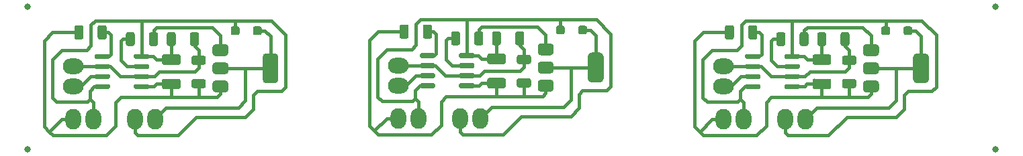
<source format=gbr>
%TF.GenerationSoftware,KiCad,Pcbnew,9.0.0*%
%TF.CreationDate,2025-04-01T15:42:48+03:00*%
%TF.ProjectId,fan_555s,66616e5f-3535-4357-932e-6b696361645f,rev?*%
%TF.SameCoordinates,Original*%
%TF.FileFunction,Copper,L1,Top*%
%TF.FilePolarity,Positive*%
%FSLAX46Y46*%
G04 Gerber Fmt 4.6, Leading zero omitted, Abs format (unit mm)*
G04 Created by KiCad (PCBNEW 9.0.0) date 2025-04-01 15:42:48*
%MOMM*%
%LPD*%
G01*
G04 APERTURE LIST*
%TA.AperFunction,ComponentPad*%
%ADD10O,2.000000X2.600000*%
%TD*%
%TA.AperFunction,ComponentPad*%
%ADD11O,2.600000X2.000000*%
%TD*%
%TA.AperFunction,ViaPad*%
%ADD12C,0.830000*%
%TD*%
%TA.AperFunction,Conductor*%
%ADD13C,0.460000*%
%TD*%
G04 APERTURE END LIST*
%TA.AperFunction,SMDPad,CuDef*%
G36*
G01*
X151400000Y-43350000D02*
X151400000Y-42750000D01*
G75*
G02*
X151650000Y-42500000I250000J0D01*
G01*
X152250000Y-42500000D01*
G75*
G02*
X152500000Y-42750000I0J-250000D01*
G01*
X152500000Y-43350000D01*
G75*
G02*
X152250000Y-43600000I-250000J0D01*
G01*
X151650000Y-43600000D01*
G75*
G02*
X151400000Y-43350000I0J250000D01*
G01*
G37*
%TD.AperFunction*%
%TA.AperFunction,SMDPad,CuDef*%
G36*
G01*
X148600000Y-43350000D02*
X148600000Y-42750000D01*
G75*
G02*
X148850000Y-42500000I250000J0D01*
G01*
X149450000Y-42500000D01*
G75*
G02*
X149700000Y-42750000I0J-250000D01*
G01*
X149700000Y-43350000D01*
G75*
G02*
X149450000Y-43600000I-250000J0D01*
G01*
X148850000Y-43600000D01*
G75*
G02*
X148600000Y-43350000I0J250000D01*
G01*
G37*
%TD.AperFunction*%
%TA.AperFunction,SMDPad,CuDef*%
G36*
G01*
X142025000Y-47357500D02*
X140175000Y-47357500D01*
G75*
G02*
X139925000Y-47107500I0J250000D01*
G01*
X139925000Y-46282500D01*
G75*
G02*
X140175000Y-46032500I250000J0D01*
G01*
X142025000Y-46032500D01*
G75*
G02*
X142275000Y-46282500I0J-250000D01*
G01*
X142275000Y-47107500D01*
G75*
G02*
X142025000Y-47357500I-250000J0D01*
G01*
G37*
%TD.AperFunction*%
%TA.AperFunction,SMDPad,CuDef*%
G36*
G01*
X142025000Y-50432500D02*
X140175000Y-50432500D01*
G75*
G02*
X139925000Y-50182500I0J250000D01*
G01*
X139925000Y-49357500D01*
G75*
G02*
X140175000Y-49107500I250000J0D01*
G01*
X142025000Y-49107500D01*
G75*
G02*
X142275000Y-49357500I0J-250000D01*
G01*
X142275000Y-50182500D01*
G75*
G02*
X142025000Y-50432500I-250000J0D01*
G01*
G37*
%TD.AperFunction*%
D10*
X136510000Y-54200000D03*
X139050000Y-54200000D03*
%TA.AperFunction,SMDPad,CuDef*%
G36*
G01*
X146300000Y-50470000D02*
X146300000Y-49720000D01*
G75*
G02*
X146675000Y-49345000I375000J0D01*
G01*
X147925000Y-49345000D01*
G75*
G02*
X148300000Y-49720000I0J-375000D01*
G01*
X148300000Y-50470000D01*
G75*
G02*
X147925000Y-50845000I-375000J0D01*
G01*
X146675000Y-50845000D01*
G75*
G02*
X146300000Y-50470000I0J375000D01*
G01*
G37*
%TD.AperFunction*%
%TA.AperFunction,SMDPad,CuDef*%
G36*
G01*
X152600000Y-49195000D02*
X152600000Y-46395000D01*
G75*
G02*
X153100000Y-45895000I500000J0D01*
G01*
X154100000Y-45895000D01*
G75*
G02*
X154600000Y-46395000I0J-500000D01*
G01*
X154600000Y-49195000D01*
G75*
G02*
X154100000Y-49695000I-500000J0D01*
G01*
X153100000Y-49695000D01*
G75*
G02*
X152600000Y-49195000I0J500000D01*
G01*
G37*
%TD.AperFunction*%
%TA.AperFunction,SMDPad,CuDef*%
G36*
G01*
X146300000Y-48170000D02*
X146300000Y-47420000D01*
G75*
G02*
X146675000Y-47045000I375000J0D01*
G01*
X147925000Y-47045000D01*
G75*
G02*
X148300000Y-47420000I0J-375000D01*
G01*
X148300000Y-48170000D01*
G75*
G02*
X147925000Y-48545000I-375000J0D01*
G01*
X146675000Y-48545000D01*
G75*
G02*
X146300000Y-48170000I0J375000D01*
G01*
G37*
%TD.AperFunction*%
%TA.AperFunction,SMDPad,CuDef*%
G36*
G01*
X146300000Y-45870000D02*
X146300000Y-45120000D01*
G75*
G02*
X146675000Y-44745000I375000J0D01*
G01*
X147925000Y-44745000D01*
G75*
G02*
X148300000Y-45120000I0J-375000D01*
G01*
X148300000Y-45870000D01*
G75*
G02*
X147925000Y-46245000I-375000J0D01*
G01*
X146675000Y-46245000D01*
G75*
G02*
X146300000Y-45870000I0J375000D01*
G01*
G37*
%TD.AperFunction*%
%TA.AperFunction,SMDPad,CuDef*%
G36*
G01*
X133373125Y-49945000D02*
X133373125Y-50245000D01*
G75*
G02*
X133223125Y-50395000I-150000J0D01*
G01*
X131573125Y-50395000D01*
G75*
G02*
X131423125Y-50245000I0J150000D01*
G01*
X131423125Y-49945000D01*
G75*
G02*
X131573125Y-49795000I150000J0D01*
G01*
X133223125Y-49795000D01*
G75*
G02*
X133373125Y-49945000I0J-150000D01*
G01*
G37*
%TD.AperFunction*%
%TA.AperFunction,SMDPad,CuDef*%
G36*
G01*
X133373125Y-48675000D02*
X133373125Y-48975000D01*
G75*
G02*
X133223125Y-49125000I-150000J0D01*
G01*
X131573125Y-49125000D01*
G75*
G02*
X131423125Y-48975000I0J150000D01*
G01*
X131423125Y-48675000D01*
G75*
G02*
X131573125Y-48525000I150000J0D01*
G01*
X133223125Y-48525000D01*
G75*
G02*
X133373125Y-48675000I0J-150000D01*
G01*
G37*
%TD.AperFunction*%
%TA.AperFunction,SMDPad,CuDef*%
G36*
G01*
X133373125Y-47405000D02*
X133373125Y-47705000D01*
G75*
G02*
X133223125Y-47855000I-150000J0D01*
G01*
X131573125Y-47855000D01*
G75*
G02*
X131423125Y-47705000I0J150000D01*
G01*
X131423125Y-47405000D01*
G75*
G02*
X131573125Y-47255000I150000J0D01*
G01*
X133223125Y-47255000D01*
G75*
G02*
X133373125Y-47405000I0J-150000D01*
G01*
G37*
%TD.AperFunction*%
%TA.AperFunction,SMDPad,CuDef*%
G36*
G01*
X133373125Y-46135000D02*
X133373125Y-46435000D01*
G75*
G02*
X133223125Y-46585000I-150000J0D01*
G01*
X131573125Y-46585000D01*
G75*
G02*
X131423125Y-46435000I0J150000D01*
G01*
X131423125Y-46135000D01*
G75*
G02*
X131573125Y-45985000I150000J0D01*
G01*
X133223125Y-45985000D01*
G75*
G02*
X133373125Y-46135000I0J-150000D01*
G01*
G37*
%TD.AperFunction*%
%TA.AperFunction,SMDPad,CuDef*%
G36*
G01*
X138323125Y-46135000D02*
X138323125Y-46435000D01*
G75*
G02*
X138173125Y-46585000I-150000J0D01*
G01*
X136523125Y-46585000D01*
G75*
G02*
X136373125Y-46435000I0J150000D01*
G01*
X136373125Y-46135000D01*
G75*
G02*
X136523125Y-45985000I150000J0D01*
G01*
X138173125Y-45985000D01*
G75*
G02*
X138323125Y-46135000I0J-150000D01*
G01*
G37*
%TD.AperFunction*%
%TA.AperFunction,SMDPad,CuDef*%
G36*
G01*
X138323125Y-47405000D02*
X138323125Y-47705000D01*
G75*
G02*
X138173125Y-47855000I-150000J0D01*
G01*
X136523125Y-47855000D01*
G75*
G02*
X136373125Y-47705000I0J150000D01*
G01*
X136373125Y-47405000D01*
G75*
G02*
X136523125Y-47255000I150000J0D01*
G01*
X138173125Y-47255000D01*
G75*
G02*
X138323125Y-47405000I0J-150000D01*
G01*
G37*
%TD.AperFunction*%
%TA.AperFunction,SMDPad,CuDef*%
G36*
G01*
X138323125Y-48675000D02*
X138323125Y-48975000D01*
G75*
G02*
X138173125Y-49125000I-150000J0D01*
G01*
X136523125Y-49125000D01*
G75*
G02*
X136373125Y-48975000I0J150000D01*
G01*
X136373125Y-48675000D01*
G75*
G02*
X136523125Y-48525000I150000J0D01*
G01*
X138173125Y-48525000D01*
G75*
G02*
X138323125Y-48675000I0J-150000D01*
G01*
G37*
%TD.AperFunction*%
%TA.AperFunction,SMDPad,CuDef*%
G36*
G01*
X138323125Y-49945000D02*
X138323125Y-50245000D01*
G75*
G02*
X138173125Y-50395000I-150000J0D01*
G01*
X136523125Y-50395000D01*
G75*
G02*
X136373125Y-50245000I0J150000D01*
G01*
X136373125Y-49945000D01*
G75*
G02*
X136523125Y-49795000I150000J0D01*
G01*
X138173125Y-49795000D01*
G75*
G02*
X138323125Y-49945000I0J-150000D01*
G01*
G37*
%TD.AperFunction*%
%TA.AperFunction,SMDPad,CuDef*%
G36*
G01*
X145198125Y-47355000D02*
X143898125Y-47355000D01*
G75*
G02*
X143648125Y-47105000I0J250000D01*
G01*
X143648125Y-46455000D01*
G75*
G02*
X143898125Y-46205000I250000J0D01*
G01*
X145198125Y-46205000D01*
G75*
G02*
X145448125Y-46455000I0J-250000D01*
G01*
X145448125Y-47105000D01*
G75*
G02*
X145198125Y-47355000I-250000J0D01*
G01*
G37*
%TD.AperFunction*%
%TA.AperFunction,SMDPad,CuDef*%
G36*
G01*
X145198125Y-50305000D02*
X143898125Y-50305000D01*
G75*
G02*
X143648125Y-50055000I0J250000D01*
G01*
X143648125Y-49405000D01*
G75*
G02*
X143898125Y-49155000I250000J0D01*
G01*
X145198125Y-49155000D01*
G75*
G02*
X145448125Y-49405000I0J-250000D01*
G01*
X145448125Y-50055000D01*
G75*
G02*
X145198125Y-50305000I-250000J0D01*
G01*
G37*
%TD.AperFunction*%
%TA.AperFunction,SMDPad,CuDef*%
G36*
G01*
X138300000Y-44725000D02*
X138300000Y-43475000D01*
G75*
G02*
X138550000Y-43225000I250000J0D01*
G01*
X139175000Y-43225000D01*
G75*
G02*
X139425000Y-43475000I0J-250000D01*
G01*
X139425000Y-44725000D01*
G75*
G02*
X139175000Y-44975000I-250000J0D01*
G01*
X138550000Y-44975000D01*
G75*
G02*
X138300000Y-44725000I0J250000D01*
G01*
G37*
%TD.AperFunction*%
%TA.AperFunction,SMDPad,CuDef*%
G36*
G01*
X135375000Y-44725000D02*
X135375000Y-43475000D01*
G75*
G02*
X135625000Y-43225000I250000J0D01*
G01*
X136250000Y-43225000D01*
G75*
G02*
X136500000Y-43475000I0J-250000D01*
G01*
X136500000Y-44725000D01*
G75*
G02*
X136250000Y-44975000I-250000J0D01*
G01*
X135625000Y-44975000D01*
G75*
G02*
X135375000Y-44725000I0J250000D01*
G01*
G37*
%TD.AperFunction*%
X128725000Y-54200000D03*
X131265000Y-54200000D03*
D11*
X128725000Y-50095000D03*
X128725000Y-47555000D03*
%TA.AperFunction,SMDPad,CuDef*%
G36*
G01*
X141662500Y-43475000D02*
X141662500Y-44725000D01*
G75*
G02*
X141412500Y-44975000I-250000J0D01*
G01*
X140787500Y-44975000D01*
G75*
G02*
X140537500Y-44725000I0J250000D01*
G01*
X140537500Y-43475000D01*
G75*
G02*
X140787500Y-43225000I250000J0D01*
G01*
X141412500Y-43225000D01*
G75*
G02*
X141662500Y-43475000I0J-250000D01*
G01*
G37*
%TD.AperFunction*%
%TA.AperFunction,SMDPad,CuDef*%
G36*
G01*
X144587500Y-43475000D02*
X144587500Y-44725000D01*
G75*
G02*
X144337500Y-44975000I-250000J0D01*
G01*
X143712500Y-44975000D01*
G75*
G02*
X143462500Y-44725000I0J250000D01*
G01*
X143462500Y-43475000D01*
G75*
G02*
X143712500Y-43225000I250000J0D01*
G01*
X144337500Y-43225000D01*
G75*
G02*
X144587500Y-43475000I0J-250000D01*
G01*
G37*
%TD.AperFunction*%
%TA.AperFunction,SMDPad,CuDef*%
G36*
G01*
X131823125Y-43900000D02*
X131823125Y-42600000D01*
G75*
G02*
X132073125Y-42350000I250000J0D01*
G01*
X132723125Y-42350000D01*
G75*
G02*
X132973125Y-42600000I0J-250000D01*
G01*
X132973125Y-43900000D01*
G75*
G02*
X132723125Y-44150000I-250000J0D01*
G01*
X132073125Y-44150000D01*
G75*
G02*
X131823125Y-43900000I0J250000D01*
G01*
G37*
%TD.AperFunction*%
%TA.AperFunction,SMDPad,CuDef*%
G36*
G01*
X128873125Y-43900000D02*
X128873125Y-42600000D01*
G75*
G02*
X129123125Y-42350000I250000J0D01*
G01*
X129773125Y-42350000D01*
G75*
G02*
X130023125Y-42600000I0J-250000D01*
G01*
X130023125Y-43900000D01*
G75*
G02*
X129773125Y-44150000I-250000J0D01*
G01*
X129123125Y-44150000D01*
G75*
G02*
X128873125Y-43900000I0J250000D01*
G01*
G37*
%TD.AperFunction*%
%TA.AperFunction,SMDPad,CuDef*%
G36*
G01*
X110400000Y-43255000D02*
X110400000Y-42655000D01*
G75*
G02*
X110650000Y-42405000I250000J0D01*
G01*
X111250000Y-42405000D01*
G75*
G02*
X111500000Y-42655000I0J-250000D01*
G01*
X111500000Y-43255000D01*
G75*
G02*
X111250000Y-43505000I-250000J0D01*
G01*
X110650000Y-43505000D01*
G75*
G02*
X110400000Y-43255000I0J250000D01*
G01*
G37*
%TD.AperFunction*%
%TA.AperFunction,SMDPad,CuDef*%
G36*
G01*
X107600000Y-43255000D02*
X107600000Y-42655000D01*
G75*
G02*
X107850000Y-42405000I250000J0D01*
G01*
X108450000Y-42405000D01*
G75*
G02*
X108700000Y-42655000I0J-250000D01*
G01*
X108700000Y-43255000D01*
G75*
G02*
X108450000Y-43505000I-250000J0D01*
G01*
X107850000Y-43505000D01*
G75*
G02*
X107600000Y-43255000I0J250000D01*
G01*
G37*
%TD.AperFunction*%
%TA.AperFunction,SMDPad,CuDef*%
G36*
G01*
X101025000Y-47262500D02*
X99175000Y-47262500D01*
G75*
G02*
X98925000Y-47012500I0J250000D01*
G01*
X98925000Y-46187500D01*
G75*
G02*
X99175000Y-45937500I250000J0D01*
G01*
X101025000Y-45937500D01*
G75*
G02*
X101275000Y-46187500I0J-250000D01*
G01*
X101275000Y-47012500D01*
G75*
G02*
X101025000Y-47262500I-250000J0D01*
G01*
G37*
%TD.AperFunction*%
%TA.AperFunction,SMDPad,CuDef*%
G36*
G01*
X101025000Y-50337500D02*
X99175000Y-50337500D01*
G75*
G02*
X98925000Y-50087500I0J250000D01*
G01*
X98925000Y-49262500D01*
G75*
G02*
X99175000Y-49012500I250000J0D01*
G01*
X101025000Y-49012500D01*
G75*
G02*
X101275000Y-49262500I0J-250000D01*
G01*
X101275000Y-50087500D01*
G75*
G02*
X101025000Y-50337500I-250000J0D01*
G01*
G37*
%TD.AperFunction*%
D10*
X95510000Y-54105000D03*
X98050000Y-54105000D03*
%TA.AperFunction,SMDPad,CuDef*%
G36*
G01*
X105300000Y-50375000D02*
X105300000Y-49625000D01*
G75*
G02*
X105675000Y-49250000I375000J0D01*
G01*
X106925000Y-49250000D01*
G75*
G02*
X107300000Y-49625000I0J-375000D01*
G01*
X107300000Y-50375000D01*
G75*
G02*
X106925000Y-50750000I-375000J0D01*
G01*
X105675000Y-50750000D01*
G75*
G02*
X105300000Y-50375000I0J375000D01*
G01*
G37*
%TD.AperFunction*%
%TA.AperFunction,SMDPad,CuDef*%
G36*
G01*
X111600000Y-49100000D02*
X111600000Y-46300000D01*
G75*
G02*
X112100000Y-45800000I500000J0D01*
G01*
X113100000Y-45800000D01*
G75*
G02*
X113600000Y-46300000I0J-500000D01*
G01*
X113600000Y-49100000D01*
G75*
G02*
X113100000Y-49600000I-500000J0D01*
G01*
X112100000Y-49600000D01*
G75*
G02*
X111600000Y-49100000I0J500000D01*
G01*
G37*
%TD.AperFunction*%
%TA.AperFunction,SMDPad,CuDef*%
G36*
G01*
X105300000Y-48075000D02*
X105300000Y-47325000D01*
G75*
G02*
X105675000Y-46950000I375000J0D01*
G01*
X106925000Y-46950000D01*
G75*
G02*
X107300000Y-47325000I0J-375000D01*
G01*
X107300000Y-48075000D01*
G75*
G02*
X106925000Y-48450000I-375000J0D01*
G01*
X105675000Y-48450000D01*
G75*
G02*
X105300000Y-48075000I0J375000D01*
G01*
G37*
%TD.AperFunction*%
%TA.AperFunction,SMDPad,CuDef*%
G36*
G01*
X105300000Y-45775000D02*
X105300000Y-45025000D01*
G75*
G02*
X105675000Y-44650000I375000J0D01*
G01*
X106925000Y-44650000D01*
G75*
G02*
X107300000Y-45025000I0J-375000D01*
G01*
X107300000Y-45775000D01*
G75*
G02*
X106925000Y-46150000I-375000J0D01*
G01*
X105675000Y-46150000D01*
G75*
G02*
X105300000Y-45775000I0J375000D01*
G01*
G37*
%TD.AperFunction*%
%TA.AperFunction,SMDPad,CuDef*%
G36*
G01*
X92373125Y-49850000D02*
X92373125Y-50150000D01*
G75*
G02*
X92223125Y-50300000I-150000J0D01*
G01*
X90573125Y-50300000D01*
G75*
G02*
X90423125Y-50150000I0J150000D01*
G01*
X90423125Y-49850000D01*
G75*
G02*
X90573125Y-49700000I150000J0D01*
G01*
X92223125Y-49700000D01*
G75*
G02*
X92373125Y-49850000I0J-150000D01*
G01*
G37*
%TD.AperFunction*%
%TA.AperFunction,SMDPad,CuDef*%
G36*
G01*
X92373125Y-48580000D02*
X92373125Y-48880000D01*
G75*
G02*
X92223125Y-49030000I-150000J0D01*
G01*
X90573125Y-49030000D01*
G75*
G02*
X90423125Y-48880000I0J150000D01*
G01*
X90423125Y-48580000D01*
G75*
G02*
X90573125Y-48430000I150000J0D01*
G01*
X92223125Y-48430000D01*
G75*
G02*
X92373125Y-48580000I0J-150000D01*
G01*
G37*
%TD.AperFunction*%
%TA.AperFunction,SMDPad,CuDef*%
G36*
G01*
X92373125Y-47310000D02*
X92373125Y-47610000D01*
G75*
G02*
X92223125Y-47760000I-150000J0D01*
G01*
X90573125Y-47760000D01*
G75*
G02*
X90423125Y-47610000I0J150000D01*
G01*
X90423125Y-47310000D01*
G75*
G02*
X90573125Y-47160000I150000J0D01*
G01*
X92223125Y-47160000D01*
G75*
G02*
X92373125Y-47310000I0J-150000D01*
G01*
G37*
%TD.AperFunction*%
%TA.AperFunction,SMDPad,CuDef*%
G36*
G01*
X92373125Y-46040000D02*
X92373125Y-46340000D01*
G75*
G02*
X92223125Y-46490000I-150000J0D01*
G01*
X90573125Y-46490000D01*
G75*
G02*
X90423125Y-46340000I0J150000D01*
G01*
X90423125Y-46040000D01*
G75*
G02*
X90573125Y-45890000I150000J0D01*
G01*
X92223125Y-45890000D01*
G75*
G02*
X92373125Y-46040000I0J-150000D01*
G01*
G37*
%TD.AperFunction*%
%TA.AperFunction,SMDPad,CuDef*%
G36*
G01*
X97323125Y-46040000D02*
X97323125Y-46340000D01*
G75*
G02*
X97173125Y-46490000I-150000J0D01*
G01*
X95523125Y-46490000D01*
G75*
G02*
X95373125Y-46340000I0J150000D01*
G01*
X95373125Y-46040000D01*
G75*
G02*
X95523125Y-45890000I150000J0D01*
G01*
X97173125Y-45890000D01*
G75*
G02*
X97323125Y-46040000I0J-150000D01*
G01*
G37*
%TD.AperFunction*%
%TA.AperFunction,SMDPad,CuDef*%
G36*
G01*
X97323125Y-47310000D02*
X97323125Y-47610000D01*
G75*
G02*
X97173125Y-47760000I-150000J0D01*
G01*
X95523125Y-47760000D01*
G75*
G02*
X95373125Y-47610000I0J150000D01*
G01*
X95373125Y-47310000D01*
G75*
G02*
X95523125Y-47160000I150000J0D01*
G01*
X97173125Y-47160000D01*
G75*
G02*
X97323125Y-47310000I0J-150000D01*
G01*
G37*
%TD.AperFunction*%
%TA.AperFunction,SMDPad,CuDef*%
G36*
G01*
X97323125Y-48580000D02*
X97323125Y-48880000D01*
G75*
G02*
X97173125Y-49030000I-150000J0D01*
G01*
X95523125Y-49030000D01*
G75*
G02*
X95373125Y-48880000I0J150000D01*
G01*
X95373125Y-48580000D01*
G75*
G02*
X95523125Y-48430000I150000J0D01*
G01*
X97173125Y-48430000D01*
G75*
G02*
X97323125Y-48580000I0J-150000D01*
G01*
G37*
%TD.AperFunction*%
%TA.AperFunction,SMDPad,CuDef*%
G36*
G01*
X97323125Y-49850000D02*
X97323125Y-50150000D01*
G75*
G02*
X97173125Y-50300000I-150000J0D01*
G01*
X95523125Y-50300000D01*
G75*
G02*
X95373125Y-50150000I0J150000D01*
G01*
X95373125Y-49850000D01*
G75*
G02*
X95523125Y-49700000I150000J0D01*
G01*
X97173125Y-49700000D01*
G75*
G02*
X97323125Y-49850000I0J-150000D01*
G01*
G37*
%TD.AperFunction*%
%TA.AperFunction,SMDPad,CuDef*%
G36*
G01*
X104198125Y-47260000D02*
X102898125Y-47260000D01*
G75*
G02*
X102648125Y-47010000I0J250000D01*
G01*
X102648125Y-46360000D01*
G75*
G02*
X102898125Y-46110000I250000J0D01*
G01*
X104198125Y-46110000D01*
G75*
G02*
X104448125Y-46360000I0J-250000D01*
G01*
X104448125Y-47010000D01*
G75*
G02*
X104198125Y-47260000I-250000J0D01*
G01*
G37*
%TD.AperFunction*%
%TA.AperFunction,SMDPad,CuDef*%
G36*
G01*
X104198125Y-50210000D02*
X102898125Y-50210000D01*
G75*
G02*
X102648125Y-49960000I0J250000D01*
G01*
X102648125Y-49310000D01*
G75*
G02*
X102898125Y-49060000I250000J0D01*
G01*
X104198125Y-49060000D01*
G75*
G02*
X104448125Y-49310000I0J-250000D01*
G01*
X104448125Y-49960000D01*
G75*
G02*
X104198125Y-50210000I-250000J0D01*
G01*
G37*
%TD.AperFunction*%
%TA.AperFunction,SMDPad,CuDef*%
G36*
G01*
X97300000Y-44630000D02*
X97300000Y-43380000D01*
G75*
G02*
X97550000Y-43130000I250000J0D01*
G01*
X98175000Y-43130000D01*
G75*
G02*
X98425000Y-43380000I0J-250000D01*
G01*
X98425000Y-44630000D01*
G75*
G02*
X98175000Y-44880000I-250000J0D01*
G01*
X97550000Y-44880000D01*
G75*
G02*
X97300000Y-44630000I0J250000D01*
G01*
G37*
%TD.AperFunction*%
%TA.AperFunction,SMDPad,CuDef*%
G36*
G01*
X94375000Y-44630000D02*
X94375000Y-43380000D01*
G75*
G02*
X94625000Y-43130000I250000J0D01*
G01*
X95250000Y-43130000D01*
G75*
G02*
X95500000Y-43380000I0J-250000D01*
G01*
X95500000Y-44630000D01*
G75*
G02*
X95250000Y-44880000I-250000J0D01*
G01*
X94625000Y-44880000D01*
G75*
G02*
X94375000Y-44630000I0J250000D01*
G01*
G37*
%TD.AperFunction*%
X87725000Y-54105000D03*
X90265000Y-54105000D03*
D11*
X87725000Y-50000000D03*
X87725000Y-47460000D03*
%TA.AperFunction,SMDPad,CuDef*%
G36*
G01*
X100662500Y-43380000D02*
X100662500Y-44630000D01*
G75*
G02*
X100412500Y-44880000I-250000J0D01*
G01*
X99787500Y-44880000D01*
G75*
G02*
X99537500Y-44630000I0J250000D01*
G01*
X99537500Y-43380000D01*
G75*
G02*
X99787500Y-43130000I250000J0D01*
G01*
X100412500Y-43130000D01*
G75*
G02*
X100662500Y-43380000I0J-250000D01*
G01*
G37*
%TD.AperFunction*%
%TA.AperFunction,SMDPad,CuDef*%
G36*
G01*
X103587500Y-43380000D02*
X103587500Y-44630000D01*
G75*
G02*
X103337500Y-44880000I-250000J0D01*
G01*
X102712500Y-44880000D01*
G75*
G02*
X102462500Y-44630000I0J250000D01*
G01*
X102462500Y-43380000D01*
G75*
G02*
X102712500Y-43130000I250000J0D01*
G01*
X103337500Y-43130000D01*
G75*
G02*
X103587500Y-43380000I0J-250000D01*
G01*
G37*
%TD.AperFunction*%
%TA.AperFunction,SMDPad,CuDef*%
G36*
G01*
X90823125Y-43805000D02*
X90823125Y-42505000D01*
G75*
G02*
X91073125Y-42255000I250000J0D01*
G01*
X91723125Y-42255000D01*
G75*
G02*
X91973125Y-42505000I0J-250000D01*
G01*
X91973125Y-43805000D01*
G75*
G02*
X91723125Y-44055000I-250000J0D01*
G01*
X91073125Y-44055000D01*
G75*
G02*
X90823125Y-43805000I0J250000D01*
G01*
G37*
%TD.AperFunction*%
%TA.AperFunction,SMDPad,CuDef*%
G36*
G01*
X87873125Y-43805000D02*
X87873125Y-42505000D01*
G75*
G02*
X88123125Y-42255000I250000J0D01*
G01*
X88773125Y-42255000D01*
G75*
G02*
X89023125Y-42505000I0J-250000D01*
G01*
X89023125Y-43805000D01*
G75*
G02*
X88773125Y-44055000I-250000J0D01*
G01*
X88123125Y-44055000D01*
G75*
G02*
X87873125Y-43805000I0J250000D01*
G01*
G37*
%TD.AperFunction*%
%TA.AperFunction,SMDPad,CuDef*%
G36*
G01*
X46873125Y-43900000D02*
X46873125Y-42600000D01*
G75*
G02*
X47123125Y-42350000I250000J0D01*
G01*
X47773125Y-42350000D01*
G75*
G02*
X48023125Y-42600000I0J-250000D01*
G01*
X48023125Y-43900000D01*
G75*
G02*
X47773125Y-44150000I-250000J0D01*
G01*
X47123125Y-44150000D01*
G75*
G02*
X46873125Y-43900000I0J250000D01*
G01*
G37*
%TD.AperFunction*%
%TA.AperFunction,SMDPad,CuDef*%
G36*
G01*
X49823125Y-43900000D02*
X49823125Y-42600000D01*
G75*
G02*
X50073125Y-42350000I250000J0D01*
G01*
X50723125Y-42350000D01*
G75*
G02*
X50973125Y-42600000I0J-250000D01*
G01*
X50973125Y-43900000D01*
G75*
G02*
X50723125Y-44150000I-250000J0D01*
G01*
X50073125Y-44150000D01*
G75*
G02*
X49823125Y-43900000I0J250000D01*
G01*
G37*
%TD.AperFunction*%
%TA.AperFunction,SMDPad,CuDef*%
G36*
G01*
X62587500Y-43475000D02*
X62587500Y-44725000D01*
G75*
G02*
X62337500Y-44975000I-250000J0D01*
G01*
X61712500Y-44975000D01*
G75*
G02*
X61462500Y-44725000I0J250000D01*
G01*
X61462500Y-43475000D01*
G75*
G02*
X61712500Y-43225000I250000J0D01*
G01*
X62337500Y-43225000D01*
G75*
G02*
X62587500Y-43475000I0J-250000D01*
G01*
G37*
%TD.AperFunction*%
%TA.AperFunction,SMDPad,CuDef*%
G36*
G01*
X59662500Y-43475000D02*
X59662500Y-44725000D01*
G75*
G02*
X59412500Y-44975000I-250000J0D01*
G01*
X58787500Y-44975000D01*
G75*
G02*
X58537500Y-44725000I0J250000D01*
G01*
X58537500Y-43475000D01*
G75*
G02*
X58787500Y-43225000I250000J0D01*
G01*
X59412500Y-43225000D01*
G75*
G02*
X59662500Y-43475000I0J-250000D01*
G01*
G37*
%TD.AperFunction*%
X46725000Y-47555000D03*
X46725000Y-50095000D03*
D10*
X49265000Y-54200000D03*
X46725000Y-54200000D03*
%TA.AperFunction,SMDPad,CuDef*%
G36*
G01*
X53375000Y-44725000D02*
X53375000Y-43475000D01*
G75*
G02*
X53625000Y-43225000I250000J0D01*
G01*
X54250000Y-43225000D01*
G75*
G02*
X54500000Y-43475000I0J-250000D01*
G01*
X54500000Y-44725000D01*
G75*
G02*
X54250000Y-44975000I-250000J0D01*
G01*
X53625000Y-44975000D01*
G75*
G02*
X53375000Y-44725000I0J250000D01*
G01*
G37*
%TD.AperFunction*%
%TA.AperFunction,SMDPad,CuDef*%
G36*
G01*
X56300000Y-44725000D02*
X56300000Y-43475000D01*
G75*
G02*
X56550000Y-43225000I250000J0D01*
G01*
X57175000Y-43225000D01*
G75*
G02*
X57425000Y-43475000I0J-250000D01*
G01*
X57425000Y-44725000D01*
G75*
G02*
X57175000Y-44975000I-250000J0D01*
G01*
X56550000Y-44975000D01*
G75*
G02*
X56300000Y-44725000I0J250000D01*
G01*
G37*
%TD.AperFunction*%
%TA.AperFunction,SMDPad,CuDef*%
G36*
G01*
X63198125Y-50305000D02*
X61898125Y-50305000D01*
G75*
G02*
X61648125Y-50055000I0J250000D01*
G01*
X61648125Y-49405000D01*
G75*
G02*
X61898125Y-49155000I250000J0D01*
G01*
X63198125Y-49155000D01*
G75*
G02*
X63448125Y-49405000I0J-250000D01*
G01*
X63448125Y-50055000D01*
G75*
G02*
X63198125Y-50305000I-250000J0D01*
G01*
G37*
%TD.AperFunction*%
%TA.AperFunction,SMDPad,CuDef*%
G36*
G01*
X63198125Y-47355000D02*
X61898125Y-47355000D01*
G75*
G02*
X61648125Y-47105000I0J250000D01*
G01*
X61648125Y-46455000D01*
G75*
G02*
X61898125Y-46205000I250000J0D01*
G01*
X63198125Y-46205000D01*
G75*
G02*
X63448125Y-46455000I0J-250000D01*
G01*
X63448125Y-47105000D01*
G75*
G02*
X63198125Y-47355000I-250000J0D01*
G01*
G37*
%TD.AperFunction*%
%TA.AperFunction,SMDPad,CuDef*%
G36*
G01*
X56323125Y-49945000D02*
X56323125Y-50245000D01*
G75*
G02*
X56173125Y-50395000I-150000J0D01*
G01*
X54523125Y-50395000D01*
G75*
G02*
X54373125Y-50245000I0J150000D01*
G01*
X54373125Y-49945000D01*
G75*
G02*
X54523125Y-49795000I150000J0D01*
G01*
X56173125Y-49795000D01*
G75*
G02*
X56323125Y-49945000I0J-150000D01*
G01*
G37*
%TD.AperFunction*%
%TA.AperFunction,SMDPad,CuDef*%
G36*
G01*
X56323125Y-48675000D02*
X56323125Y-48975000D01*
G75*
G02*
X56173125Y-49125000I-150000J0D01*
G01*
X54523125Y-49125000D01*
G75*
G02*
X54373125Y-48975000I0J150000D01*
G01*
X54373125Y-48675000D01*
G75*
G02*
X54523125Y-48525000I150000J0D01*
G01*
X56173125Y-48525000D01*
G75*
G02*
X56323125Y-48675000I0J-150000D01*
G01*
G37*
%TD.AperFunction*%
%TA.AperFunction,SMDPad,CuDef*%
G36*
G01*
X56323125Y-47405000D02*
X56323125Y-47705000D01*
G75*
G02*
X56173125Y-47855000I-150000J0D01*
G01*
X54523125Y-47855000D01*
G75*
G02*
X54373125Y-47705000I0J150000D01*
G01*
X54373125Y-47405000D01*
G75*
G02*
X54523125Y-47255000I150000J0D01*
G01*
X56173125Y-47255000D01*
G75*
G02*
X56323125Y-47405000I0J-150000D01*
G01*
G37*
%TD.AperFunction*%
%TA.AperFunction,SMDPad,CuDef*%
G36*
G01*
X56323125Y-46135000D02*
X56323125Y-46435000D01*
G75*
G02*
X56173125Y-46585000I-150000J0D01*
G01*
X54523125Y-46585000D01*
G75*
G02*
X54373125Y-46435000I0J150000D01*
G01*
X54373125Y-46135000D01*
G75*
G02*
X54523125Y-45985000I150000J0D01*
G01*
X56173125Y-45985000D01*
G75*
G02*
X56323125Y-46135000I0J-150000D01*
G01*
G37*
%TD.AperFunction*%
%TA.AperFunction,SMDPad,CuDef*%
G36*
G01*
X51373125Y-46135000D02*
X51373125Y-46435000D01*
G75*
G02*
X51223125Y-46585000I-150000J0D01*
G01*
X49573125Y-46585000D01*
G75*
G02*
X49423125Y-46435000I0J150000D01*
G01*
X49423125Y-46135000D01*
G75*
G02*
X49573125Y-45985000I150000J0D01*
G01*
X51223125Y-45985000D01*
G75*
G02*
X51373125Y-46135000I0J-150000D01*
G01*
G37*
%TD.AperFunction*%
%TA.AperFunction,SMDPad,CuDef*%
G36*
G01*
X51373125Y-47405000D02*
X51373125Y-47705000D01*
G75*
G02*
X51223125Y-47855000I-150000J0D01*
G01*
X49573125Y-47855000D01*
G75*
G02*
X49423125Y-47705000I0J150000D01*
G01*
X49423125Y-47405000D01*
G75*
G02*
X49573125Y-47255000I150000J0D01*
G01*
X51223125Y-47255000D01*
G75*
G02*
X51373125Y-47405000I0J-150000D01*
G01*
G37*
%TD.AperFunction*%
%TA.AperFunction,SMDPad,CuDef*%
G36*
G01*
X51373125Y-48675000D02*
X51373125Y-48975000D01*
G75*
G02*
X51223125Y-49125000I-150000J0D01*
G01*
X49573125Y-49125000D01*
G75*
G02*
X49423125Y-48975000I0J150000D01*
G01*
X49423125Y-48675000D01*
G75*
G02*
X49573125Y-48525000I150000J0D01*
G01*
X51223125Y-48525000D01*
G75*
G02*
X51373125Y-48675000I0J-150000D01*
G01*
G37*
%TD.AperFunction*%
%TA.AperFunction,SMDPad,CuDef*%
G36*
G01*
X51373125Y-49945000D02*
X51373125Y-50245000D01*
G75*
G02*
X51223125Y-50395000I-150000J0D01*
G01*
X49573125Y-50395000D01*
G75*
G02*
X49423125Y-50245000I0J150000D01*
G01*
X49423125Y-49945000D01*
G75*
G02*
X49573125Y-49795000I150000J0D01*
G01*
X51223125Y-49795000D01*
G75*
G02*
X51373125Y-49945000I0J-150000D01*
G01*
G37*
%TD.AperFunction*%
%TA.AperFunction,SMDPad,CuDef*%
G36*
G01*
X64300000Y-45870000D02*
X64300000Y-45120000D01*
G75*
G02*
X64675000Y-44745000I375000J0D01*
G01*
X65925000Y-44745000D01*
G75*
G02*
X66300000Y-45120000I0J-375000D01*
G01*
X66300000Y-45870000D01*
G75*
G02*
X65925000Y-46245000I-375000J0D01*
G01*
X64675000Y-46245000D01*
G75*
G02*
X64300000Y-45870000I0J375000D01*
G01*
G37*
%TD.AperFunction*%
%TA.AperFunction,SMDPad,CuDef*%
G36*
G01*
X64300000Y-48170000D02*
X64300000Y-47420000D01*
G75*
G02*
X64675000Y-47045000I375000J0D01*
G01*
X65925000Y-47045000D01*
G75*
G02*
X66300000Y-47420000I0J-375000D01*
G01*
X66300000Y-48170000D01*
G75*
G02*
X65925000Y-48545000I-375000J0D01*
G01*
X64675000Y-48545000D01*
G75*
G02*
X64300000Y-48170000I0J375000D01*
G01*
G37*
%TD.AperFunction*%
%TA.AperFunction,SMDPad,CuDef*%
G36*
G01*
X70600000Y-49195000D02*
X70600000Y-46395000D01*
G75*
G02*
X71100000Y-45895000I500000J0D01*
G01*
X72100000Y-45895000D01*
G75*
G02*
X72600000Y-46395000I0J-500000D01*
G01*
X72600000Y-49195000D01*
G75*
G02*
X72100000Y-49695000I-500000J0D01*
G01*
X71100000Y-49695000D01*
G75*
G02*
X70600000Y-49195000I0J500000D01*
G01*
G37*
%TD.AperFunction*%
%TA.AperFunction,SMDPad,CuDef*%
G36*
G01*
X64300000Y-50470000D02*
X64300000Y-49720000D01*
G75*
G02*
X64675000Y-49345000I375000J0D01*
G01*
X65925000Y-49345000D01*
G75*
G02*
X66300000Y-49720000I0J-375000D01*
G01*
X66300000Y-50470000D01*
G75*
G02*
X65925000Y-50845000I-375000J0D01*
G01*
X64675000Y-50845000D01*
G75*
G02*
X64300000Y-50470000I0J375000D01*
G01*
G37*
%TD.AperFunction*%
X57050000Y-54200000D03*
X54510000Y-54200000D03*
%TA.AperFunction,SMDPad,CuDef*%
G36*
G01*
X60025000Y-50432500D02*
X58175000Y-50432500D01*
G75*
G02*
X57925000Y-50182500I0J250000D01*
G01*
X57925000Y-49357500D01*
G75*
G02*
X58175000Y-49107500I250000J0D01*
G01*
X60025000Y-49107500D01*
G75*
G02*
X60275000Y-49357500I0J-250000D01*
G01*
X60275000Y-50182500D01*
G75*
G02*
X60025000Y-50432500I-250000J0D01*
G01*
G37*
%TD.AperFunction*%
%TA.AperFunction,SMDPad,CuDef*%
G36*
G01*
X60025000Y-47357500D02*
X58175000Y-47357500D01*
G75*
G02*
X57925000Y-47107500I0J250000D01*
G01*
X57925000Y-46282500D01*
G75*
G02*
X58175000Y-46032500I250000J0D01*
G01*
X60025000Y-46032500D01*
G75*
G02*
X60275000Y-46282500I0J-250000D01*
G01*
X60275000Y-47107500D01*
G75*
G02*
X60025000Y-47357500I-250000J0D01*
G01*
G37*
%TD.AperFunction*%
%TA.AperFunction,SMDPad,CuDef*%
G36*
G01*
X66600000Y-43350000D02*
X66600000Y-42750000D01*
G75*
G02*
X66850000Y-42500000I250000J0D01*
G01*
X67450000Y-42500000D01*
G75*
G02*
X67700000Y-42750000I0J-250000D01*
G01*
X67700000Y-43350000D01*
G75*
G02*
X67450000Y-43600000I-250000J0D01*
G01*
X66850000Y-43600000D01*
G75*
G02*
X66600000Y-43350000I0J250000D01*
G01*
G37*
%TD.AperFunction*%
%TA.AperFunction,SMDPad,CuDef*%
G36*
G01*
X69400000Y-43350000D02*
X69400000Y-42750000D01*
G75*
G02*
X69650000Y-42500000I250000J0D01*
G01*
X70250000Y-42500000D01*
G75*
G02*
X70500000Y-42750000I0J-250000D01*
G01*
X70500000Y-43350000D01*
G75*
G02*
X70250000Y-43600000I-250000J0D01*
G01*
X69650000Y-43600000D01*
G75*
G02*
X69400000Y-43350000I0J250000D01*
G01*
G37*
%TD.AperFunction*%
D12*
X163000000Y-40000000D03*
X163000000Y-58000000D03*
X41000000Y-58000000D03*
X41000000Y-40000000D03*
D13*
X137348125Y-47555000D02*
X135505000Y-47555000D01*
X139250000Y-42600000D02*
X146250000Y-42600000D01*
X138862500Y-44100000D02*
X138862500Y-42987500D01*
X130925000Y-48825000D02*
X132398125Y-48825000D01*
X150450000Y-51900000D02*
X149550000Y-52800000D01*
X147300000Y-45495000D02*
X147300000Y-43650000D01*
X134750000Y-46800000D02*
X134750000Y-44350000D01*
X129655000Y-50095000D02*
X130925000Y-48825000D01*
X134750000Y-44350000D02*
X135000000Y-44100000D01*
X135505000Y-47555000D02*
X134750000Y-46800000D01*
X128725000Y-50095000D02*
X129655000Y-50095000D01*
X135000000Y-44100000D02*
X135937500Y-44100000D01*
X147300000Y-43650000D02*
X146250000Y-42600000D01*
X138862500Y-42987500D02*
X139250000Y-42600000D01*
X125100000Y-55200000D02*
X125100000Y-44300000D01*
X139230000Y-49770000D02*
X138905000Y-50095000D01*
X146900000Y-51450000D02*
X147300000Y-51050000D01*
X133405000Y-47555000D02*
X134675000Y-48825000D01*
X144025000Y-44100000D02*
X144025000Y-45025000D01*
X144050000Y-48200000D02*
X144548125Y-47701875D01*
X144548125Y-45548125D02*
X144548125Y-46780000D01*
X132398125Y-47555000D02*
X133405000Y-47555000D01*
X141100000Y-49770000D02*
X141100000Y-51400000D01*
X141100000Y-49770000D02*
X139230000Y-49770000D01*
X137348125Y-48825000D02*
X138975000Y-48825000D01*
X138975000Y-48825000D02*
X139600000Y-48200000D01*
X138905000Y-50095000D02*
X137348125Y-50095000D01*
X144500000Y-51450000D02*
X146900000Y-51450000D01*
X144548125Y-49730000D02*
X144548125Y-51401875D01*
X126169000Y-56269000D02*
X125700000Y-55800000D01*
X141150000Y-51450000D02*
X134750000Y-51450000D01*
X134100000Y-52100000D02*
X134100000Y-55050000D01*
X134100000Y-55050000D02*
X132881000Y-56269000D01*
X141150000Y-51450000D02*
X144500000Y-51450000D01*
X147050000Y-41750000D02*
X147800000Y-41750000D01*
X133215000Y-46285000D02*
X133500000Y-46000000D01*
X137350000Y-41750000D02*
X131500000Y-41750000D01*
X151950000Y-50700000D02*
X151475000Y-51175000D01*
X147850000Y-41750000D02*
X147800000Y-41750000D01*
X131405000Y-50095000D02*
X130850000Y-50650000D01*
X133500000Y-43600000D02*
X133150000Y-43250000D01*
X139245000Y-46695000D02*
X141100000Y-46695000D01*
X149100000Y-41750000D02*
X153700000Y-41750000D01*
X128725000Y-54200000D02*
X127300000Y-54200000D01*
X141931000Y-56269000D02*
X136869000Y-56269000D01*
X137348125Y-46285000D02*
X137348125Y-41751875D01*
X125700000Y-55800000D02*
X125100000Y-55200000D01*
X126100000Y-51500000D02*
X126650000Y-52050000D01*
X130850000Y-50650000D02*
X130850000Y-51700000D01*
X137348125Y-46285000D02*
X138835000Y-46285000D01*
X130400000Y-45500000D02*
X127300000Y-45500000D01*
X149150000Y-41800000D02*
X149100000Y-41750000D01*
X155500000Y-43550000D02*
X155500000Y-50150000D01*
X127300000Y-45500000D02*
X126100000Y-46700000D01*
X131265000Y-52115000D02*
X130850000Y-51700000D01*
X125100000Y-44300000D02*
X126150000Y-43250000D01*
X134750000Y-51450000D02*
X134100000Y-52100000D01*
X150450000Y-53950000D02*
X144250000Y-53950000D01*
X126650000Y-52050000D02*
X130500000Y-52050000D01*
X136869000Y-56269000D02*
X136510000Y-55910000D01*
X147300000Y-51050000D02*
X147300000Y-50095000D01*
X130950000Y-42300000D02*
X130950000Y-44950000D01*
X130500000Y-52050000D02*
X130850000Y-51700000D01*
X131500000Y-41750000D02*
X130950000Y-42300000D01*
X127300000Y-54200000D02*
X125700000Y-55800000D01*
X153700000Y-41750000D02*
X155500000Y-43550000D01*
X126100000Y-46700000D02*
X126100000Y-51500000D01*
X144250000Y-53950000D02*
X141931000Y-56269000D01*
X141100000Y-44100000D02*
X141100000Y-46695000D01*
X137348125Y-41751875D02*
X137350000Y-41750000D01*
X137350000Y-41750000D02*
X139150000Y-41750000D01*
X139150000Y-41750000D02*
X147050000Y-41750000D01*
X131265000Y-54200000D02*
X131265000Y-52115000D01*
X154950000Y-50700000D02*
X151950000Y-50700000D01*
X126150000Y-43250000D02*
X129448125Y-43250000D01*
X155500000Y-50150000D02*
X154950000Y-50700000D01*
X138835000Y-46285000D02*
X139245000Y-46695000D01*
X133500000Y-46000000D02*
X133500000Y-43600000D01*
X136510000Y-55910000D02*
X136510000Y-54200000D01*
X147050000Y-41750000D02*
X149100000Y-41750000D01*
X144548125Y-51401875D02*
X144500000Y-51450000D01*
X151475000Y-52925000D02*
X150450000Y-53950000D01*
X151475000Y-51175000D02*
X151475000Y-52925000D01*
X130950000Y-44950000D02*
X130400000Y-45500000D01*
X151950000Y-43050000D02*
X152900000Y-43050000D01*
X152900000Y-43050000D02*
X153600000Y-43750000D01*
X149150000Y-43050000D02*
X149150000Y-41800000D01*
X149550000Y-52800000D02*
X140450000Y-52800000D01*
X140450000Y-52800000D02*
X139050000Y-54200000D01*
X150450000Y-47795000D02*
X150450000Y-51900000D01*
X150450000Y-47795000D02*
X153600000Y-47795000D01*
X147300000Y-47795000D02*
X150450000Y-47795000D01*
X132398125Y-50095000D02*
X131405000Y-50095000D01*
X132881000Y-56269000D02*
X126169000Y-56269000D01*
X153600000Y-43750000D02*
X153600000Y-47795000D01*
X133150000Y-43250000D02*
X132398125Y-43250000D01*
X132398125Y-46285000D02*
X133215000Y-46285000D01*
X141100000Y-51400000D02*
X141150000Y-51450000D01*
X144025000Y-45025000D02*
X144548125Y-45548125D01*
X139600000Y-48200000D02*
X144050000Y-48200000D01*
X128725000Y-47555000D02*
X132398125Y-47555000D01*
X144548125Y-47701875D02*
X144548125Y-46780000D01*
X134675000Y-48825000D02*
X137348125Y-48825000D01*
X96348125Y-47460000D02*
X94505000Y-47460000D01*
X98250000Y-42505000D02*
X105250000Y-42505000D01*
X97862500Y-44005000D02*
X97862500Y-42892500D01*
X89925000Y-48730000D02*
X91398125Y-48730000D01*
X109450000Y-51805000D02*
X108550000Y-52705000D01*
X106300000Y-45400000D02*
X106300000Y-43555000D01*
X93750000Y-46705000D02*
X93750000Y-44255000D01*
X88655000Y-50000000D02*
X89925000Y-48730000D01*
X93750000Y-44255000D02*
X94000000Y-44005000D01*
X94505000Y-47460000D02*
X93750000Y-46705000D01*
X87725000Y-50000000D02*
X88655000Y-50000000D01*
X94000000Y-44005000D02*
X94937500Y-44005000D01*
X106300000Y-43555000D02*
X105250000Y-42505000D01*
X97862500Y-42892500D02*
X98250000Y-42505000D01*
X84100000Y-55105000D02*
X84100000Y-44205000D01*
X98230000Y-49675000D02*
X97905000Y-50000000D01*
X105900000Y-51355000D02*
X106300000Y-50955000D01*
X92405000Y-47460000D02*
X93675000Y-48730000D01*
X103025000Y-44005000D02*
X103025000Y-44930000D01*
X103050000Y-48105000D02*
X103548125Y-47606875D01*
X103548125Y-45453125D02*
X103548125Y-46685000D01*
X91398125Y-47460000D02*
X92405000Y-47460000D01*
X100100000Y-49675000D02*
X100100000Y-51305000D01*
X100100000Y-49675000D02*
X98230000Y-49675000D01*
X96348125Y-48730000D02*
X97975000Y-48730000D01*
X97975000Y-48730000D02*
X98600000Y-48105000D01*
X97905000Y-50000000D02*
X96348125Y-50000000D01*
X103500000Y-51355000D02*
X105900000Y-51355000D01*
X103548125Y-49635000D02*
X103548125Y-51306875D01*
X85169000Y-56174000D02*
X84700000Y-55705000D01*
X100150000Y-51355000D02*
X93750000Y-51355000D01*
X93100000Y-52005000D02*
X93100000Y-54955000D01*
X93100000Y-54955000D02*
X91881000Y-56174000D01*
X100150000Y-51355000D02*
X103500000Y-51355000D01*
X106050000Y-41655000D02*
X106800000Y-41655000D01*
X92215000Y-46190000D02*
X92500000Y-45905000D01*
X96350000Y-41655000D02*
X90500000Y-41655000D01*
X110950000Y-50605000D02*
X110475000Y-51080000D01*
X106850000Y-41655000D02*
X106800000Y-41655000D01*
X90405000Y-50000000D02*
X89850000Y-50555000D01*
X92500000Y-43505000D02*
X92150000Y-43155000D01*
X98245000Y-46600000D02*
X100100000Y-46600000D01*
X108100000Y-41655000D02*
X112700000Y-41655000D01*
X87725000Y-54105000D02*
X86300000Y-54105000D01*
X100931000Y-56174000D02*
X95869000Y-56174000D01*
X96348125Y-46190000D02*
X96348125Y-41656875D01*
X84700000Y-55705000D02*
X84100000Y-55105000D01*
X85100000Y-51405000D02*
X85650000Y-51955000D01*
X89850000Y-50555000D02*
X89850000Y-51605000D01*
X96348125Y-46190000D02*
X97835000Y-46190000D01*
X89400000Y-45405000D02*
X86300000Y-45405000D01*
X108150000Y-41705000D02*
X108100000Y-41655000D01*
X114500000Y-43455000D02*
X114500000Y-50055000D01*
X86300000Y-45405000D02*
X85100000Y-46605000D01*
X90265000Y-52020000D02*
X89850000Y-51605000D01*
X84100000Y-44205000D02*
X85150000Y-43155000D01*
X93750000Y-51355000D02*
X93100000Y-52005000D01*
X109450000Y-53855000D02*
X103250000Y-53855000D01*
X85650000Y-51955000D02*
X89500000Y-51955000D01*
X95869000Y-56174000D02*
X95510000Y-55815000D01*
X106300000Y-50955000D02*
X106300000Y-50000000D01*
X89950000Y-42205000D02*
X89950000Y-44855000D01*
X89500000Y-51955000D02*
X89850000Y-51605000D01*
X90500000Y-41655000D02*
X89950000Y-42205000D01*
X86300000Y-54105000D02*
X84700000Y-55705000D01*
X112700000Y-41655000D02*
X114500000Y-43455000D01*
X85100000Y-46605000D02*
X85100000Y-51405000D01*
X103250000Y-53855000D02*
X100931000Y-56174000D01*
X100100000Y-44005000D02*
X100100000Y-46600000D01*
X96348125Y-41656875D02*
X96350000Y-41655000D01*
X96350000Y-41655000D02*
X98150000Y-41655000D01*
X98150000Y-41655000D02*
X106050000Y-41655000D01*
X90265000Y-54105000D02*
X90265000Y-52020000D01*
X113950000Y-50605000D02*
X110950000Y-50605000D01*
X85150000Y-43155000D02*
X88448125Y-43155000D01*
X114500000Y-50055000D02*
X113950000Y-50605000D01*
X97835000Y-46190000D02*
X98245000Y-46600000D01*
X92500000Y-45905000D02*
X92500000Y-43505000D01*
X95510000Y-55815000D02*
X95510000Y-54105000D01*
X106050000Y-41655000D02*
X108100000Y-41655000D01*
X103548125Y-51306875D02*
X103500000Y-51355000D01*
X110475000Y-52830000D02*
X109450000Y-53855000D01*
X110475000Y-51080000D02*
X110475000Y-52830000D01*
X89950000Y-44855000D02*
X89400000Y-45405000D01*
X110950000Y-42955000D02*
X111900000Y-42955000D01*
X111900000Y-42955000D02*
X112600000Y-43655000D01*
X108150000Y-42955000D02*
X108150000Y-41705000D01*
X108550000Y-52705000D02*
X99450000Y-52705000D01*
X99450000Y-52705000D02*
X98050000Y-54105000D01*
X109450000Y-47700000D02*
X109450000Y-51805000D01*
X109450000Y-47700000D02*
X112600000Y-47700000D01*
X106300000Y-47700000D02*
X109450000Y-47700000D01*
X91398125Y-50000000D02*
X90405000Y-50000000D01*
X91881000Y-56174000D02*
X85169000Y-56174000D01*
X112600000Y-43655000D02*
X112600000Y-47700000D01*
X92150000Y-43155000D02*
X91398125Y-43155000D01*
X91398125Y-46190000D02*
X92215000Y-46190000D01*
X100100000Y-51305000D02*
X100150000Y-51355000D01*
X103025000Y-44930000D02*
X103548125Y-45453125D01*
X98600000Y-48105000D02*
X103050000Y-48105000D01*
X87725000Y-47460000D02*
X91398125Y-47460000D01*
X103548125Y-47606875D02*
X103548125Y-46685000D01*
X93675000Y-48730000D02*
X96348125Y-48730000D01*
X62025000Y-45025000D02*
X62548125Y-45548125D01*
X57600000Y-48200000D02*
X62050000Y-48200000D01*
X46725000Y-47555000D02*
X50398125Y-47555000D01*
X52675000Y-48825000D02*
X55348125Y-48825000D01*
X62548125Y-47701875D02*
X62548125Y-46780000D01*
X62548125Y-45548125D02*
X62548125Y-46780000D01*
X56975000Y-48825000D02*
X57600000Y-48200000D01*
X62025000Y-44100000D02*
X62025000Y-45025000D01*
X50398125Y-47555000D02*
X51405000Y-47555000D01*
X55348125Y-48825000D02*
X56975000Y-48825000D01*
X62050000Y-48200000D02*
X62548125Y-47701875D01*
X51405000Y-47555000D02*
X52675000Y-48825000D01*
X64900000Y-51450000D02*
X65300000Y-51050000D01*
X57230000Y-49770000D02*
X56905000Y-50095000D01*
X59150000Y-51450000D02*
X62500000Y-51450000D01*
X59100000Y-49770000D02*
X57230000Y-49770000D01*
X52100000Y-52100000D02*
X52100000Y-55050000D01*
X43100000Y-55200000D02*
X43100000Y-44300000D01*
X59150000Y-51450000D02*
X52750000Y-51450000D01*
X52100000Y-55050000D02*
X50881000Y-56269000D01*
X62548125Y-49730000D02*
X62548125Y-51401875D01*
X62500000Y-51450000D02*
X64900000Y-51450000D01*
X44169000Y-56269000D02*
X43700000Y-55800000D01*
X56905000Y-50095000D02*
X55348125Y-50095000D01*
X59100000Y-49770000D02*
X59100000Y-51400000D01*
X43100000Y-44300000D02*
X44150000Y-43250000D01*
X43700000Y-55800000D02*
X43100000Y-55200000D01*
X52750000Y-51450000D02*
X52100000Y-52100000D01*
X50881000Y-56269000D02*
X44169000Y-56269000D01*
X59100000Y-51400000D02*
X59150000Y-51450000D01*
X45300000Y-54200000D02*
X43700000Y-55800000D01*
X46725000Y-54200000D02*
X45300000Y-54200000D01*
X62548125Y-51401875D02*
X62500000Y-51450000D01*
X65300000Y-51050000D02*
X65300000Y-50095000D01*
X44150000Y-43250000D02*
X47448125Y-43250000D01*
X51150000Y-43250000D02*
X50398125Y-43250000D01*
X51215000Y-46285000D02*
X51500000Y-46000000D01*
X51500000Y-43600000D02*
X51150000Y-43250000D01*
X50398125Y-46285000D02*
X51215000Y-46285000D01*
X51500000Y-46000000D02*
X51500000Y-43600000D01*
X67150000Y-43050000D02*
X67150000Y-41800000D01*
X48500000Y-52050000D02*
X48850000Y-51700000D01*
X48950000Y-44950000D02*
X48400000Y-45500000D01*
X69950000Y-50700000D02*
X69475000Y-51175000D01*
X55350000Y-41750000D02*
X57150000Y-41750000D01*
X71700000Y-41750000D02*
X73500000Y-43550000D01*
X54869000Y-56269000D02*
X54510000Y-55910000D01*
X56835000Y-46285000D02*
X57245000Y-46695000D01*
X49500000Y-41750000D02*
X48950000Y-42300000D01*
X55348125Y-41751875D02*
X55350000Y-41750000D01*
X65850000Y-41750000D02*
X65800000Y-41750000D01*
X54510000Y-55910000D02*
X54510000Y-54200000D01*
X72950000Y-50700000D02*
X69950000Y-50700000D01*
X68450000Y-53950000D02*
X62250000Y-53950000D01*
X65050000Y-41750000D02*
X67100000Y-41750000D01*
X48950000Y-42300000D02*
X48950000Y-44950000D01*
X55348125Y-46285000D02*
X56835000Y-46285000D01*
X50398125Y-50095000D02*
X49405000Y-50095000D01*
X44650000Y-52050000D02*
X48500000Y-52050000D01*
X73500000Y-50150000D02*
X72950000Y-50700000D01*
X69475000Y-52925000D02*
X68450000Y-53950000D01*
X55348125Y-46285000D02*
X55348125Y-41751875D01*
X69475000Y-51175000D02*
X69475000Y-52925000D01*
X49265000Y-54200000D02*
X49265000Y-52115000D01*
X57150000Y-41750000D02*
X65050000Y-41750000D01*
X59100000Y-44100000D02*
X59100000Y-46695000D01*
X49265000Y-52115000D02*
X48850000Y-51700000D01*
X62250000Y-53950000D02*
X59931000Y-56269000D01*
X45300000Y-45500000D02*
X44100000Y-46700000D01*
X44100000Y-46700000D02*
X44100000Y-51500000D01*
X73500000Y-43550000D02*
X73500000Y-50150000D01*
X67150000Y-41800000D02*
X67100000Y-41750000D01*
X48400000Y-45500000D02*
X45300000Y-45500000D01*
X55350000Y-41750000D02*
X49500000Y-41750000D01*
X49405000Y-50095000D02*
X48850000Y-50650000D01*
X59931000Y-56269000D02*
X54869000Y-56269000D01*
X48850000Y-50650000D02*
X48850000Y-51700000D01*
X44100000Y-51500000D02*
X44650000Y-52050000D01*
X67100000Y-41750000D02*
X71700000Y-41750000D01*
X57245000Y-46695000D02*
X59100000Y-46695000D01*
X65050000Y-41750000D02*
X65800000Y-41750000D01*
X71600000Y-43750000D02*
X71600000Y-47795000D01*
X67550000Y-52800000D02*
X58450000Y-52800000D01*
X65300000Y-47795000D02*
X68450000Y-47795000D01*
X70900000Y-43050000D02*
X71600000Y-43750000D01*
X68450000Y-47795000D02*
X71600000Y-47795000D01*
X68450000Y-47795000D02*
X68450000Y-51900000D01*
X58450000Y-52800000D02*
X57050000Y-54200000D01*
X69950000Y-43050000D02*
X70900000Y-43050000D01*
X68450000Y-51900000D02*
X67550000Y-52800000D01*
X48925000Y-48825000D02*
X50398125Y-48825000D01*
X47655000Y-50095000D02*
X48925000Y-48825000D01*
X46725000Y-50095000D02*
X47655000Y-50095000D01*
X56862500Y-44100000D02*
X56862500Y-42987500D01*
X57250000Y-42600000D02*
X64250000Y-42600000D01*
X65300000Y-45495000D02*
X65300000Y-43650000D01*
X65300000Y-43650000D02*
X64250000Y-42600000D01*
X56862500Y-42987500D02*
X57250000Y-42600000D01*
X55348125Y-47555000D02*
X53505000Y-47555000D01*
X52750000Y-44350000D02*
X53000000Y-44100000D01*
X53505000Y-47555000D02*
X52750000Y-46800000D01*
X52750000Y-46800000D02*
X52750000Y-44350000D01*
X53000000Y-44100000D02*
X53937500Y-44100000D01*
M02*

</source>
